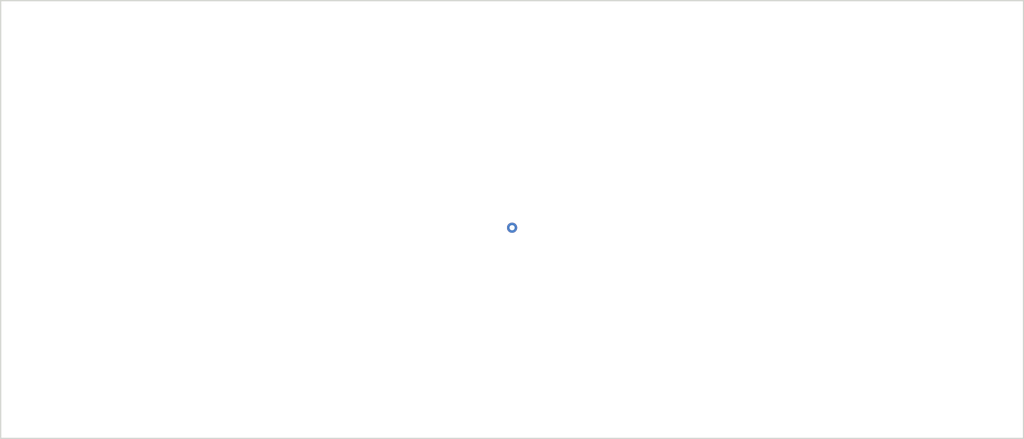
<source format=kicad_pcb>
(kicad_pcb (version 20221018) (generator pcbnew)

  (general
    (thickness 1.6)
  )

  (paper "A4")
  (layers
    (0 "F.Cu" signal)
    (31 "B.Cu" signal)
    (32 "B.Adhes" user "B.Adhesive")
    (33 "F.Adhes" user "F.Adhesive")
    (34 "B.Paste" user)
    (35 "F.Paste" user)
    (36 "B.SilkS" user "B.Silkscreen")
    (37 "F.SilkS" user "F.Silkscreen")
    (38 "B.Mask" user)
    (39 "F.Mask" user)
    (40 "Dwgs.User" user "User.Drawings")
    (41 "Cmts.User" user "User.Comments")
    (42 "Eco1.User" user "User.Eco1")
    (43 "Eco2.User" user "User.Eco2")
    (44 "Edge.Cuts" user)
    (45 "Margin" user)
    (46 "B.CrtYd" user "B.Courtyard")
    (47 "F.CrtYd" user "F.Courtyard")
    (48 "B.Fab" user)
    (49 "F.Fab" user)
    (50 "User.1" user)
    (51 "User.2" user)
    (52 "User.3" user)
    (53 "User.4" user)
    (54 "User.5" user)
    (55 "User.6" user)
    (56 "User.7" user)
    (57 "User.8" user)
    (58 "User.9" user)
  )

  (setup
    (pad_to_mask_clearance 0)
    (pcbplotparams
      (layerselection 0x00010fc_ffffffff)
      (plot_on_all_layers_selection 0x0000000_00000000)
      (disableapertmacros false)
      (usegerberextensions false)
      (usegerberattributes true)
      (usegerberadvancedattributes true)
      (creategerberjobfile true)
      (dashed_line_dash_ratio 12.000000)
      (dashed_line_gap_ratio 3.000000)
      (svgprecision 4)
      (plotframeref false)
      (viasonmask false)
      (mode 1)
      (useauxorigin false)
      (hpglpennumber 1)
      (hpglpenspeed 20)
      (hpglpendiameter 15.000000)
      (dxfpolygonmode true)
      (dxfimperialunits true)
      (dxfusepcbnewfont true)
      (psnegative false)
      (psa4output false)
      (plotreference true)
      (plotvalue true)
      (plotinvisibletext false)
      (sketchpadsonfab false)
      (subtractmaskfromsilk false)
      (outputformat 1)
      (mirror false)
      (drillshape 1)
      (scaleselection 1)
      (outputdirectory "")
    )
  )

  (net 0 "")

  (gr_rect (start -40 -17.78) (end 40 16.5)
    (stroke (width 0.1) (type default)) (fill none) (layer "Edge.Cuts") (tstamp 7f309ada-5742-439c-81a1-b00d332239bc))

  (via (at 0 0) (size 0.8) (drill 0.4) (layers "F.Cu" "B.Cu") (net 0) (tstamp 9dc956b4-fbb3-4e65-897c-5ef3c0ccdf29))

)

</source>
